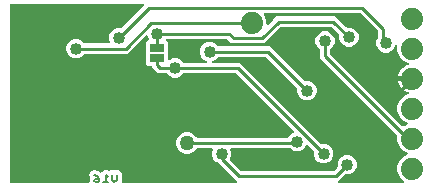
<source format=gbr>
G04 EAGLE Gerber RS-274X export*
G75*
%MOMM*%
%FSLAX34Y34*%
%LPD*%
%INBottom Copper*%
%IPPOS*%
%AMOC8*
5,1,8,0,0,1.08239X$1,22.5*%
G01*
%ADD10C,0.203200*%
%ADD11C,1.879600*%
%ADD12R,1.270000X0.635000*%
%ADD13C,1.270000*%
%ADD14C,1.016000*%
%ADD15C,0.254000*%

G36*
X132406Y4073D02*
X132406Y4073D01*
X132465Y4071D01*
X132546Y4093D01*
X132630Y4105D01*
X132683Y4128D01*
X132740Y4143D01*
X132812Y4186D01*
X132889Y4221D01*
X132934Y4259D01*
X132984Y4288D01*
X133042Y4350D01*
X133106Y4404D01*
X133139Y4453D01*
X133179Y4496D01*
X133217Y4571D01*
X133264Y4641D01*
X133281Y4697D01*
X133308Y4749D01*
X133319Y4817D01*
X133350Y4912D01*
X133352Y5012D01*
X133363Y5080D01*
X133363Y5886D01*
X133363Y7947D01*
X133363Y8548D01*
X133416Y8617D01*
X133486Y8699D01*
X133501Y8730D01*
X133522Y8758D01*
X133560Y8859D01*
X133605Y8957D01*
X133611Y8991D01*
X133623Y9024D01*
X133632Y9131D01*
X133648Y9238D01*
X133643Y9269D01*
X133647Y9307D01*
X133604Y9518D01*
X133596Y9570D01*
X133040Y11239D01*
X134546Y14251D01*
X137740Y15316D01*
X140207Y14082D01*
X140271Y14061D01*
X140330Y14031D01*
X140393Y14020D01*
X140477Y13992D01*
X140589Y13987D01*
X140661Y13975D01*
X141146Y13975D01*
X141753Y13368D01*
X141980Y13197D01*
X142002Y13188D01*
X142017Y13177D01*
X142316Y13028D01*
X142352Y13016D01*
X142385Y12997D01*
X142486Y12971D01*
X142586Y12937D01*
X142624Y12936D01*
X142660Y12926D01*
X142765Y12930D01*
X142870Y12925D01*
X142907Y12934D01*
X142945Y12935D01*
X143044Y12968D01*
X143146Y12993D01*
X143179Y13011D01*
X143215Y13023D01*
X143278Y13068D01*
X143393Y13134D01*
X143444Y13186D01*
X143488Y13218D01*
X145262Y14992D01*
X148630Y14992D01*
X148953Y14668D01*
X149000Y14633D01*
X149040Y14591D01*
X149113Y14548D01*
X149181Y14497D01*
X149235Y14477D01*
X149286Y14447D01*
X149367Y14426D01*
X149446Y14396D01*
X149505Y14391D01*
X149561Y14377D01*
X149646Y14380D01*
X149730Y14373D01*
X149787Y14384D01*
X149845Y14386D01*
X149926Y14412D01*
X150008Y14428D01*
X150060Y14455D01*
X150116Y14473D01*
X150172Y14513D01*
X150261Y14559D01*
X150333Y14628D01*
X150389Y14668D01*
X150713Y14992D01*
X158148Y14992D01*
X160529Y12611D01*
X160529Y5080D01*
X160537Y5022D01*
X160535Y4964D01*
X160557Y4882D01*
X160569Y4798D01*
X160592Y4745D01*
X160607Y4689D01*
X160650Y4616D01*
X160685Y4539D01*
X160723Y4494D01*
X160752Y4444D01*
X160814Y4386D01*
X160868Y4322D01*
X160917Y4290D01*
X160960Y4250D01*
X161035Y4211D01*
X161105Y4164D01*
X161161Y4147D01*
X161213Y4120D01*
X161281Y4109D01*
X161376Y4079D01*
X161476Y4076D01*
X161544Y4065D01*
X257377Y4065D01*
X257406Y4069D01*
X257435Y4066D01*
X257546Y4089D01*
X257658Y4105D01*
X257685Y4117D01*
X257714Y4122D01*
X257814Y4174D01*
X257918Y4221D01*
X257940Y4240D01*
X257966Y4253D01*
X258048Y4331D01*
X258135Y4404D01*
X258151Y4429D01*
X258172Y4449D01*
X258229Y4547D01*
X258292Y4641D01*
X258301Y4669D01*
X258316Y4694D01*
X258344Y4804D01*
X258378Y4912D01*
X258379Y4942D01*
X258386Y4970D01*
X258382Y5083D01*
X258385Y5196D01*
X258378Y5225D01*
X258377Y5254D01*
X258342Y5362D01*
X258313Y5471D01*
X258298Y5497D01*
X258289Y5525D01*
X258244Y5588D01*
X258168Y5716D01*
X258123Y5759D01*
X258095Y5798D01*
X243618Y20274D01*
X242472Y21421D01*
X242447Y21439D01*
X242427Y21463D01*
X242360Y21504D01*
X242245Y21592D01*
X242184Y21615D01*
X242142Y21641D01*
X240505Y22319D01*
X238219Y24605D01*
X236981Y27593D01*
X236981Y30827D01*
X237624Y32377D01*
X237652Y32489D01*
X237687Y32598D01*
X237688Y32626D01*
X237694Y32653D01*
X237691Y32767D01*
X237694Y32882D01*
X237687Y32909D01*
X237686Y32937D01*
X237651Y33046D01*
X237622Y33157D01*
X237608Y33181D01*
X237600Y33208D01*
X237536Y33303D01*
X237477Y33402D01*
X237457Y33421D01*
X237441Y33444D01*
X237354Y33518D01*
X237270Y33596D01*
X237245Y33609D01*
X237224Y33627D01*
X237119Y33673D01*
X237017Y33726D01*
X236992Y33730D01*
X236964Y33742D01*
X236700Y33779D01*
X236686Y33781D01*
X224963Y33781D01*
X224961Y33781D01*
X224959Y33781D01*
X224820Y33761D01*
X224681Y33741D01*
X224680Y33741D01*
X224678Y33741D01*
X224548Y33682D01*
X224422Y33625D01*
X224421Y33624D01*
X224419Y33624D01*
X224309Y33530D01*
X224205Y33442D01*
X224204Y33440D01*
X224203Y33439D01*
X224194Y33426D01*
X224047Y33205D01*
X224038Y33176D01*
X224025Y33155D01*
X223868Y32776D01*
X221224Y30132D01*
X217770Y28701D01*
X214030Y28701D01*
X210576Y30132D01*
X207932Y32776D01*
X206501Y36230D01*
X206501Y39970D01*
X207932Y43424D01*
X210576Y46068D01*
X214030Y47499D01*
X217770Y47499D01*
X221224Y46068D01*
X223868Y43424D01*
X224025Y43045D01*
X224025Y43044D01*
X224026Y43043D01*
X224096Y42924D01*
X224169Y42801D01*
X224170Y42800D01*
X224171Y42798D01*
X224276Y42700D01*
X224376Y42605D01*
X224377Y42605D01*
X224378Y42604D01*
X224504Y42539D01*
X224629Y42475D01*
X224630Y42475D01*
X224632Y42474D01*
X224647Y42472D01*
X224907Y42420D01*
X224938Y42423D01*
X224963Y42419D01*
X300936Y42419D01*
X300938Y42419D01*
X300939Y42419D01*
X301079Y42439D01*
X301217Y42459D01*
X301219Y42459D01*
X301220Y42459D01*
X301346Y42516D01*
X301477Y42575D01*
X301478Y42576D01*
X301480Y42577D01*
X301587Y42668D01*
X301694Y42758D01*
X301695Y42760D01*
X301696Y42761D01*
X301704Y42774D01*
X301851Y42995D01*
X301861Y43024D01*
X301874Y43045D01*
X302259Y43975D01*
X304545Y46261D01*
X305804Y46783D01*
X305878Y46826D01*
X305956Y46861D01*
X305979Y46880D01*
X306005Y46894D01*
X306025Y46913D01*
X306049Y46927D01*
X306109Y46991D01*
X306173Y47045D01*
X306189Y47069D01*
X306211Y47090D01*
X306225Y47114D01*
X306244Y47134D01*
X306285Y47212D01*
X306331Y47282D01*
X306339Y47308D01*
X306355Y47335D01*
X306362Y47362D01*
X306375Y47387D01*
X306392Y47474D01*
X306417Y47553D01*
X306418Y47580D01*
X306425Y47611D01*
X306424Y47638D01*
X306430Y47666D01*
X306422Y47755D01*
X306424Y47837D01*
X306417Y47863D01*
X306416Y47895D01*
X306408Y47921D01*
X306405Y47949D01*
X306373Y48033D01*
X306352Y48112D01*
X306338Y48135D01*
X306329Y48165D01*
X306314Y48186D01*
X306303Y48214D01*
X306249Y48286D01*
X306207Y48356D01*
X306168Y48393D01*
X306142Y48427D01*
X306134Y48439D01*
X306132Y48441D01*
X257588Y96984D01*
X257519Y97036D01*
X257455Y97096D01*
X257405Y97122D01*
X257361Y97155D01*
X257280Y97186D01*
X257202Y97226D01*
X257154Y97234D01*
X257096Y97256D01*
X256948Y97268D01*
X256871Y97281D01*
X213588Y97281D01*
X213501Y97269D01*
X213414Y97266D01*
X213361Y97249D01*
X213306Y97241D01*
X213226Y97206D01*
X213143Y97179D01*
X213104Y97151D01*
X213047Y97125D01*
X212933Y97029D01*
X212870Y96984D01*
X210595Y94709D01*
X207607Y93471D01*
X204373Y93471D01*
X201385Y94709D01*
X199110Y96984D01*
X199041Y97036D01*
X198977Y97096D01*
X198927Y97122D01*
X198883Y97155D01*
X198801Y97186D01*
X198723Y97226D01*
X198676Y97234D01*
X198617Y97256D01*
X198470Y97268D01*
X198392Y97281D01*
X191251Y97281D01*
X186181Y102351D01*
X186181Y102561D01*
X186173Y102616D01*
X186175Y102660D01*
X186174Y102662D01*
X186175Y102677D01*
X186153Y102759D01*
X186141Y102843D01*
X186118Y102896D01*
X186103Y102952D01*
X186060Y103025D01*
X186025Y103102D01*
X185987Y103147D01*
X185958Y103197D01*
X185896Y103255D01*
X185842Y103319D01*
X185793Y103351D01*
X185750Y103391D01*
X185675Y103430D01*
X185605Y103477D01*
X185549Y103494D01*
X185497Y103521D01*
X185429Y103532D01*
X185334Y103562D01*
X185234Y103565D01*
X185166Y103576D01*
X182887Y103576D01*
X181101Y105362D01*
X181101Y123238D01*
X182979Y125116D01*
X183072Y125152D01*
X183094Y125168D01*
X183120Y125180D01*
X183207Y125254D01*
X183299Y125323D01*
X183316Y125346D01*
X183337Y125363D01*
X183400Y125459D01*
X183469Y125551D01*
X183479Y125577D01*
X183494Y125600D01*
X183529Y125710D01*
X183570Y125817D01*
X183572Y125845D01*
X183580Y125871D01*
X183583Y125986D01*
X183592Y126100D01*
X183587Y126125D01*
X183587Y126155D01*
X183520Y126412D01*
X183517Y126427D01*
X182557Y128744D01*
X182499Y128843D01*
X182446Y128945D01*
X182427Y128965D01*
X182413Y128989D01*
X182329Y129068D01*
X182250Y129151D01*
X182226Y129165D01*
X182206Y129184D01*
X182104Y129237D01*
X182005Y129295D01*
X181978Y129302D01*
X181953Y129315D01*
X181840Y129337D01*
X181729Y129365D01*
X181702Y129364D01*
X181674Y129370D01*
X181560Y129360D01*
X181445Y129356D01*
X181419Y129347D01*
X181391Y129345D01*
X181284Y129304D01*
X181175Y129269D01*
X181154Y129254D01*
X181126Y129243D01*
X180914Y129083D01*
X180901Y129074D01*
X168446Y116618D01*
X165619Y113791D01*
X129518Y113791D01*
X129431Y113779D01*
X129344Y113776D01*
X129291Y113759D01*
X129236Y113751D01*
X129156Y113716D01*
X129073Y113689D01*
X129034Y113661D01*
X128977Y113635D01*
X128863Y113539D01*
X128800Y113494D01*
X126525Y111219D01*
X123537Y109981D01*
X120303Y109981D01*
X117315Y111219D01*
X115029Y113505D01*
X113791Y116493D01*
X113791Y119727D01*
X115029Y122715D01*
X117315Y125001D01*
X120303Y126239D01*
X123537Y126239D01*
X126525Y125001D01*
X128800Y122726D01*
X128869Y122674D01*
X128933Y122614D01*
X128983Y122588D01*
X129027Y122555D01*
X129109Y122524D01*
X129187Y122484D01*
X129234Y122476D01*
X129293Y122454D01*
X129440Y122442D01*
X129518Y122429D01*
X149566Y122429D01*
X149679Y122445D01*
X149794Y122455D01*
X149820Y122465D01*
X149847Y122469D01*
X149952Y122516D01*
X150059Y122557D01*
X150081Y122573D01*
X150106Y122585D01*
X150194Y122659D01*
X150286Y122728D01*
X150302Y122751D01*
X150323Y122768D01*
X150387Y122864D01*
X150456Y122956D01*
X150466Y122982D01*
X150481Y123005D01*
X150516Y123115D01*
X150556Y123222D01*
X150558Y123250D01*
X150567Y123276D01*
X150570Y123391D01*
X150579Y123505D01*
X150573Y123530D01*
X150574Y123560D01*
X150507Y123817D01*
X150504Y123833D01*
X149861Y125383D01*
X149861Y128617D01*
X151099Y131605D01*
X153385Y133891D01*
X156373Y135129D01*
X159591Y135129D01*
X159677Y135141D01*
X159765Y135144D01*
X159817Y135161D01*
X159872Y135169D01*
X159952Y135204D01*
X160035Y135231D01*
X160074Y135259D01*
X160131Y135285D01*
X160245Y135381D01*
X160308Y135426D01*
X178774Y153891D01*
X179104Y154222D01*
X179122Y154246D01*
X179145Y154265D01*
X179207Y154359D01*
X179275Y154449D01*
X179286Y154477D01*
X179302Y154501D01*
X179336Y154609D01*
X179377Y154715D01*
X179379Y154744D01*
X179388Y154772D01*
X179391Y154885D01*
X179400Y154998D01*
X179394Y155027D01*
X179395Y155056D01*
X179367Y155166D01*
X179344Y155277D01*
X179331Y155303D01*
X179323Y155331D01*
X179266Y155429D01*
X179213Y155529D01*
X179193Y155551D01*
X179178Y155576D01*
X179096Y155653D01*
X179018Y155735D01*
X178992Y155750D01*
X178971Y155770D01*
X178870Y155822D01*
X178772Y155879D01*
X178744Y155886D01*
X178718Y155900D01*
X178640Y155913D01*
X178497Y155949D01*
X178434Y155947D01*
X178387Y155955D01*
X67310Y155955D01*
X67252Y155947D01*
X67194Y155949D01*
X67112Y155927D01*
X67029Y155915D01*
X66975Y155892D01*
X66919Y155877D01*
X66846Y155834D01*
X66769Y155799D01*
X66724Y155761D01*
X66674Y155732D01*
X66616Y155670D01*
X66552Y155616D01*
X66520Y155567D01*
X66480Y155524D01*
X66441Y155449D01*
X66395Y155379D01*
X66377Y155323D01*
X66350Y155271D01*
X66339Y155203D01*
X66309Y155108D01*
X66306Y155008D01*
X66295Y154940D01*
X66295Y5080D01*
X66303Y5022D01*
X66301Y4964D01*
X66323Y4882D01*
X66335Y4798D01*
X66359Y4745D01*
X66373Y4689D01*
X66416Y4616D01*
X66451Y4539D01*
X66489Y4494D01*
X66519Y4444D01*
X66580Y4386D01*
X66635Y4322D01*
X66683Y4290D01*
X66726Y4250D01*
X66801Y4211D01*
X66871Y4164D01*
X66927Y4147D01*
X66979Y4120D01*
X67047Y4109D01*
X67142Y4079D01*
X67242Y4076D01*
X67310Y4065D01*
X132348Y4065D01*
X132406Y4073D01*
G37*
G36*
X398902Y4077D02*
X398902Y4077D01*
X398988Y4079D01*
X399042Y4097D01*
X399098Y4105D01*
X399177Y4140D01*
X399259Y4166D01*
X399306Y4198D01*
X399358Y4221D01*
X399423Y4276D01*
X399495Y4325D01*
X399531Y4368D01*
X399575Y4404D01*
X399622Y4476D01*
X399678Y4542D01*
X399701Y4594D01*
X399732Y4641D01*
X399758Y4723D01*
X399793Y4802D01*
X399801Y4858D01*
X399818Y4912D01*
X399820Y4998D01*
X399832Y5084D01*
X399824Y5140D01*
X399825Y5196D01*
X399803Y5280D01*
X399791Y5365D01*
X399768Y5417D01*
X399753Y5471D01*
X399709Y5545D01*
X399674Y5624D01*
X399637Y5667D01*
X399608Y5716D01*
X399545Y5775D01*
X399489Y5840D01*
X399448Y5866D01*
X399401Y5910D01*
X399394Y5914D01*
X395848Y9459D01*
X393953Y14034D01*
X393953Y18986D01*
X395848Y23561D01*
X399349Y27062D01*
X402271Y28272D01*
X402296Y28287D01*
X402324Y28296D01*
X402419Y28359D01*
X402516Y28417D01*
X402536Y28438D01*
X402561Y28454D01*
X402634Y28541D01*
X402711Y28623D01*
X402725Y28649D01*
X402744Y28672D01*
X402790Y28775D01*
X402841Y28876D01*
X402847Y28905D01*
X402859Y28932D01*
X402875Y29044D01*
X402896Y29155D01*
X402894Y29184D01*
X402898Y29213D01*
X402882Y29325D01*
X402872Y29438D01*
X402861Y29465D01*
X402857Y29495D01*
X402811Y29598D01*
X402770Y29703D01*
X402752Y29727D01*
X402740Y29754D01*
X402667Y29840D01*
X402598Y29930D01*
X402575Y29948D01*
X402556Y29970D01*
X402489Y30012D01*
X402371Y30100D01*
X402312Y30122D01*
X402271Y30148D01*
X399349Y31358D01*
X395848Y34859D01*
X393953Y39434D01*
X393953Y44019D01*
X393941Y44105D01*
X393938Y44193D01*
X393921Y44245D01*
X393913Y44300D01*
X393878Y44380D01*
X393851Y44463D01*
X393823Y44502D01*
X393797Y44560D01*
X393701Y44673D01*
X393656Y44736D01*
X328421Y109971D01*
X328421Y116862D01*
X328409Y116949D01*
X328406Y117036D01*
X328389Y117089D01*
X328381Y117144D01*
X328346Y117224D01*
X328319Y117307D01*
X328291Y117346D01*
X328265Y117403D01*
X328169Y117517D01*
X328124Y117580D01*
X325849Y119855D01*
X324611Y122843D01*
X324611Y126077D01*
X325849Y129065D01*
X328135Y131351D01*
X331123Y132589D01*
X334357Y132589D01*
X337345Y131351D01*
X339631Y129065D01*
X340869Y126077D01*
X340869Y122843D01*
X339631Y119855D01*
X337356Y117580D01*
X337304Y117511D01*
X337244Y117447D01*
X337218Y117397D01*
X337185Y117353D01*
X337154Y117271D01*
X337114Y117193D01*
X337106Y117146D01*
X337084Y117087D01*
X337072Y116940D01*
X337059Y116862D01*
X337059Y113969D01*
X337071Y113883D01*
X337074Y113795D01*
X337091Y113743D01*
X337099Y113688D01*
X337134Y113608D01*
X337161Y113525D01*
X337189Y113486D01*
X337215Y113429D01*
X337311Y113315D01*
X337356Y113252D01*
X398030Y52578D01*
X398077Y52543D01*
X398117Y52500D01*
X398190Y52457D01*
X398257Y52407D01*
X398312Y52386D01*
X398363Y52356D01*
X398444Y52336D01*
X398523Y52306D01*
X398581Y52301D01*
X398638Y52286D01*
X398722Y52289D01*
X398806Y52282D01*
X398863Y52294D01*
X398922Y52296D01*
X399002Y52322D01*
X399085Y52338D01*
X399137Y52365D01*
X399193Y52383D01*
X399238Y52416D01*
X402271Y53672D01*
X402296Y53687D01*
X402324Y53696D01*
X402419Y53759D01*
X402516Y53817D01*
X402536Y53838D01*
X402561Y53854D01*
X402634Y53941D01*
X402711Y54023D01*
X402725Y54049D01*
X402744Y54072D01*
X402790Y54175D01*
X402841Y54276D01*
X402847Y54305D01*
X402859Y54332D01*
X402875Y54444D01*
X402896Y54555D01*
X402894Y54584D01*
X402898Y54613D01*
X402882Y54725D01*
X402872Y54838D01*
X402861Y54865D01*
X402857Y54895D01*
X402811Y54998D01*
X402770Y55103D01*
X402752Y55127D01*
X402740Y55154D01*
X402667Y55240D01*
X402598Y55330D01*
X402575Y55348D01*
X402556Y55370D01*
X402489Y55412D01*
X402371Y55500D01*
X402312Y55522D01*
X402271Y55548D01*
X399349Y56758D01*
X395848Y60259D01*
X393953Y64834D01*
X393953Y69786D01*
X395848Y74361D01*
X399349Y77862D01*
X403011Y79379D01*
X403071Y79414D01*
X403135Y79440D01*
X403193Y79486D01*
X403256Y79523D01*
X403304Y79573D01*
X403358Y79616D01*
X403401Y79676D01*
X403451Y79730D01*
X403483Y79791D01*
X403523Y79848D01*
X403548Y79917D01*
X403582Y79983D01*
X403595Y80050D01*
X403618Y80116D01*
X403622Y80189D01*
X403637Y80262D01*
X403631Y80330D01*
X403635Y80399D01*
X403619Y80471D01*
X403612Y80545D01*
X403587Y80609D01*
X403572Y80677D01*
X403537Y80741D01*
X403510Y80810D01*
X403468Y80865D01*
X403435Y80926D01*
X403383Y80978D01*
X403339Y81037D01*
X403283Y81078D01*
X403234Y81127D01*
X403179Y81156D01*
X403111Y81207D01*
X403003Y81248D01*
X402937Y81282D01*
X401817Y81646D01*
X400143Y82499D01*
X398622Y83604D01*
X397294Y84932D01*
X396189Y86453D01*
X395336Y88127D01*
X394755Y89914D01*
X394634Y90679D01*
X405384Y90679D01*
X405442Y90687D01*
X405500Y90685D01*
X405582Y90707D01*
X405665Y90719D01*
X405719Y90743D01*
X405775Y90757D01*
X405848Y90800D01*
X405925Y90835D01*
X405969Y90873D01*
X406020Y90903D01*
X406077Y90964D01*
X406142Y91019D01*
X406174Y91067D01*
X406214Y91110D01*
X406253Y91185D01*
X406299Y91255D01*
X406317Y91311D01*
X406344Y91363D01*
X406355Y91431D01*
X406385Y91526D01*
X406388Y91626D01*
X406399Y91694D01*
X406399Y93726D01*
X406391Y93784D01*
X406392Y93842D01*
X406371Y93924D01*
X406359Y94007D01*
X406335Y94061D01*
X406321Y94117D01*
X406278Y94190D01*
X406243Y94267D01*
X406205Y94312D01*
X406175Y94362D01*
X406114Y94420D01*
X406059Y94484D01*
X406011Y94516D01*
X405968Y94556D01*
X405893Y94595D01*
X405823Y94641D01*
X405767Y94659D01*
X405715Y94686D01*
X405647Y94697D01*
X405552Y94727D01*
X405452Y94730D01*
X405384Y94741D01*
X394634Y94741D01*
X394755Y95506D01*
X395336Y97293D01*
X396189Y98967D01*
X397294Y100488D01*
X398622Y101816D01*
X400143Y102921D01*
X401817Y103774D01*
X402937Y104138D01*
X402999Y104168D01*
X403065Y104189D01*
X403126Y104230D01*
X403192Y104263D01*
X403243Y104309D01*
X403301Y104348D01*
X403348Y104404D01*
X403403Y104453D01*
X403439Y104512D01*
X403484Y104565D01*
X403514Y104632D01*
X403553Y104695D01*
X403571Y104762D01*
X403599Y104825D01*
X403609Y104898D01*
X403629Y104969D01*
X403629Y105038D01*
X403638Y105107D01*
X403628Y105179D01*
X403627Y105253D01*
X403607Y105320D01*
X403598Y105388D01*
X403567Y105455D01*
X403546Y105526D01*
X403509Y105584D01*
X403480Y105647D01*
X403433Y105703D01*
X403393Y105765D01*
X403341Y105811D01*
X403296Y105863D01*
X403243Y105896D01*
X403179Y105953D01*
X403075Y106002D01*
X403011Y106041D01*
X399349Y107558D01*
X395848Y111059D01*
X393953Y115634D01*
X393953Y120019D01*
X393941Y120105D01*
X393939Y120190D01*
X393921Y120245D01*
X393913Y120301D01*
X393878Y120379D01*
X393852Y120461D01*
X393820Y120508D01*
X393797Y120560D01*
X393742Y120626D01*
X393694Y120697D01*
X393650Y120734D01*
X393614Y120777D01*
X393542Y120825D01*
X393476Y120880D01*
X393424Y120903D01*
X393377Y120935D01*
X393295Y120961D01*
X393216Y120996D01*
X393160Y121004D01*
X393106Y121021D01*
X393020Y121023D01*
X392935Y121035D01*
X392879Y121027D01*
X392822Y121028D01*
X392739Y121006D01*
X392654Y120994D01*
X392602Y120971D01*
X392547Y120956D01*
X392473Y120912D01*
X392394Y120877D01*
X392351Y120840D01*
X392302Y120811D01*
X392243Y120748D01*
X392178Y120693D01*
X392152Y120651D01*
X392108Y120604D01*
X392042Y120474D01*
X392000Y120408D01*
X391066Y118153D01*
X388780Y115867D01*
X385792Y114629D01*
X382558Y114629D01*
X379570Y115867D01*
X377284Y118153D01*
X376046Y121141D01*
X376046Y124375D01*
X377284Y127363D01*
X377534Y127613D01*
X377586Y127682D01*
X377646Y127746D01*
X377672Y127796D01*
X377705Y127840D01*
X377736Y127922D01*
X377776Y128000D01*
X377784Y128047D01*
X377806Y128106D01*
X377818Y128253D01*
X377831Y128331D01*
X377831Y132411D01*
X377819Y132497D01*
X377816Y132585D01*
X377799Y132637D01*
X377791Y132692D01*
X377756Y132772D01*
X377729Y132855D01*
X377701Y132894D01*
X377675Y132952D01*
X377579Y133065D01*
X377534Y133128D01*
X362878Y147784D01*
X362809Y147836D01*
X362745Y147896D01*
X362695Y147922D01*
X362651Y147955D01*
X362570Y147986D01*
X362492Y148026D01*
X362444Y148034D01*
X362386Y148056D01*
X362238Y148068D01*
X362161Y148081D01*
X282030Y148081D01*
X281916Y148065D01*
X281802Y148055D01*
X281776Y148045D01*
X281749Y148041D01*
X281644Y147994D01*
X281537Y147953D01*
X281514Y147937D01*
X281489Y147925D01*
X281402Y147851D01*
X281310Y147782D01*
X281293Y147759D01*
X281272Y147742D01*
X281208Y147646D01*
X281140Y147554D01*
X281130Y147528D01*
X281115Y147505D01*
X281080Y147395D01*
X281039Y147288D01*
X281037Y147260D01*
X281029Y147234D01*
X281026Y147119D01*
X281017Y147005D01*
X281022Y146980D01*
X281021Y146950D01*
X281089Y146693D01*
X281092Y146677D01*
X282957Y142176D01*
X282957Y139115D01*
X282961Y139086D01*
X282958Y139057D01*
X282981Y138946D01*
X282997Y138834D01*
X283009Y138807D01*
X283014Y138778D01*
X283066Y138678D01*
X283113Y138574D01*
X283132Y138552D01*
X283145Y138526D01*
X283223Y138444D01*
X283296Y138357D01*
X283321Y138341D01*
X283341Y138320D01*
X283439Y138263D01*
X283533Y138200D01*
X283561Y138191D01*
X283586Y138176D01*
X283696Y138148D01*
X283804Y138114D01*
X283834Y138113D01*
X283862Y138106D01*
X283975Y138110D01*
X284088Y138107D01*
X284117Y138114D01*
X284146Y138115D01*
X284254Y138150D01*
X284363Y138179D01*
X284389Y138194D01*
X284417Y138203D01*
X284480Y138248D01*
X284608Y138324D01*
X284651Y138369D01*
X284690Y138397D01*
X288754Y142462D01*
X291581Y145289D01*
X341514Y145289D01*
X350742Y136061D01*
X350811Y136009D01*
X350875Y135949D01*
X350925Y135923D01*
X350969Y135890D01*
X351050Y135859D01*
X351128Y135819D01*
X351176Y135811D01*
X351234Y135789D01*
X351382Y135777D01*
X351459Y135764D01*
X354677Y135764D01*
X357665Y134526D01*
X359951Y132240D01*
X361189Y129252D01*
X361189Y126018D01*
X359951Y123030D01*
X357665Y120744D01*
X354677Y119506D01*
X351443Y119506D01*
X348455Y120744D01*
X346169Y123030D01*
X344931Y126018D01*
X344931Y129236D01*
X344919Y129322D01*
X344916Y129410D01*
X344899Y129462D01*
X344891Y129517D01*
X344856Y129597D01*
X344829Y129680D01*
X344801Y129719D01*
X344775Y129776D01*
X344679Y129890D01*
X344634Y129953D01*
X338233Y136354D01*
X338164Y136406D01*
X338100Y136466D01*
X338050Y136492D01*
X338006Y136525D01*
X337925Y136556D01*
X337847Y136596D01*
X337799Y136604D01*
X337741Y136626D01*
X337593Y136638D01*
X337516Y136651D01*
X295579Y136651D01*
X295493Y136639D01*
X295405Y136636D01*
X295353Y136619D01*
X295298Y136611D01*
X295218Y136576D01*
X295135Y136549D01*
X295096Y136521D01*
X295039Y136495D01*
X294925Y136399D01*
X294862Y136354D01*
X281189Y122681D01*
X253481Y122681D01*
X249968Y126194D01*
X249899Y126246D01*
X249835Y126306D01*
X249785Y126332D01*
X249741Y126365D01*
X249660Y126396D01*
X249582Y126436D01*
X249534Y126444D01*
X249476Y126466D01*
X249328Y126478D01*
X249251Y126491D01*
X199096Y126491D01*
X199067Y126487D01*
X199038Y126490D01*
X198927Y126467D01*
X198815Y126451D01*
X198788Y126439D01*
X198759Y126434D01*
X198659Y126381D01*
X198555Y126335D01*
X198533Y126316D01*
X198507Y126303D01*
X198425Y126225D01*
X198338Y126152D01*
X198322Y126127D01*
X198301Y126107D01*
X198244Y126009D01*
X198181Y125915D01*
X198172Y125887D01*
X198157Y125862D01*
X198129Y125752D01*
X198095Y125644D01*
X198094Y125614D01*
X198087Y125586D01*
X198091Y125473D01*
X198088Y125360D01*
X198095Y125331D01*
X198096Y125302D01*
X198131Y125194D01*
X198160Y125085D01*
X198175Y125059D01*
X198184Y125031D01*
X198229Y124968D01*
X198305Y124840D01*
X198350Y124797D01*
X198378Y124758D01*
X199899Y123238D01*
X199899Y109395D01*
X199915Y109281D01*
X199925Y109167D01*
X199935Y109141D01*
X199939Y109113D01*
X199986Y109008D01*
X200027Y108901D01*
X200043Y108879D01*
X200055Y108854D01*
X200129Y108766D01*
X200198Y108675D01*
X200221Y108658D01*
X200238Y108637D01*
X200334Y108573D01*
X200426Y108504D01*
X200452Y108495D01*
X200475Y108479D01*
X200585Y108445D01*
X200692Y108404D01*
X200720Y108402D01*
X200746Y108394D01*
X200861Y108391D01*
X200975Y108381D01*
X201000Y108387D01*
X201030Y108386D01*
X201287Y108453D01*
X201303Y108457D01*
X204373Y109729D01*
X207607Y109729D01*
X210595Y108491D01*
X212870Y106216D01*
X212939Y106164D01*
X213003Y106104D01*
X213053Y106078D01*
X213097Y106045D01*
X213179Y106014D01*
X213257Y105974D01*
X213304Y105966D01*
X213363Y105944D01*
X213510Y105932D01*
X213588Y105919D01*
X231905Y105919D01*
X231990Y105931D01*
X232076Y105933D01*
X232130Y105951D01*
X232186Y105959D01*
X232265Y105994D01*
X232347Y106020D01*
X232394Y106052D01*
X232446Y106075D01*
X232511Y106130D01*
X232583Y106178D01*
X232619Y106222D01*
X232663Y106258D01*
X232710Y106330D01*
X232766Y106396D01*
X232789Y106448D01*
X232820Y106495D01*
X232846Y106577D01*
X232881Y106656D01*
X232889Y106712D01*
X232906Y106766D01*
X232908Y106852D01*
X232920Y106937D01*
X232912Y106993D01*
X232913Y107050D01*
X232892Y107133D01*
X232879Y107218D01*
X232856Y107270D01*
X232842Y107325D01*
X232798Y107399D01*
X232762Y107478D01*
X232725Y107521D01*
X232696Y107570D01*
X232634Y107629D01*
X232578Y107694D01*
X232536Y107720D01*
X232489Y107764D01*
X232360Y107830D01*
X232293Y107872D01*
X230345Y108679D01*
X228059Y110965D01*
X226821Y113953D01*
X226821Y117187D01*
X228059Y120175D01*
X230345Y122461D01*
X233333Y123699D01*
X236567Y123699D01*
X239555Y122461D01*
X241830Y120186D01*
X241900Y120134D01*
X241963Y120074D01*
X242013Y120048D01*
X242057Y120015D01*
X242139Y119984D01*
X242216Y119944D01*
X242264Y119936D01*
X242323Y119914D01*
X242470Y119902D01*
X242548Y119889D01*
X286269Y119889D01*
X315182Y90976D01*
X315251Y90924D01*
X315315Y90864D01*
X315365Y90838D01*
X315409Y90805D01*
X315490Y90774D01*
X315568Y90734D01*
X315616Y90726D01*
X315674Y90704D01*
X315822Y90692D01*
X315899Y90679D01*
X319117Y90679D01*
X322105Y89441D01*
X324391Y87155D01*
X325629Y84167D01*
X325629Y80933D01*
X324391Y77945D01*
X322105Y75659D01*
X319117Y74421D01*
X315883Y74421D01*
X312895Y75659D01*
X310609Y77945D01*
X309371Y80933D01*
X309371Y84151D01*
X309359Y84237D01*
X309356Y84325D01*
X309339Y84377D01*
X309331Y84432D01*
X309296Y84512D01*
X309269Y84595D01*
X309241Y84634D01*
X309215Y84691D01*
X309119Y84805D01*
X309074Y84868D01*
X282988Y110954D01*
X282919Y111006D01*
X282855Y111066D01*
X282805Y111092D01*
X282761Y111125D01*
X282680Y111156D01*
X282602Y111196D01*
X282554Y111204D01*
X282496Y111226D01*
X282348Y111238D01*
X282271Y111251D01*
X242548Y111251D01*
X242461Y111239D01*
X242373Y111236D01*
X242321Y111219D01*
X242266Y111211D01*
X242186Y111176D01*
X242103Y111149D01*
X242064Y111121D01*
X242007Y111095D01*
X241893Y110999D01*
X241830Y110954D01*
X239555Y108679D01*
X237607Y107872D01*
X237533Y107828D01*
X237454Y107793D01*
X237411Y107756D01*
X237362Y107727D01*
X237303Y107665D01*
X237237Y107609D01*
X237206Y107562D01*
X237167Y107521D01*
X237127Y107444D01*
X237080Y107373D01*
X237062Y107319D01*
X237036Y107268D01*
X237020Y107184D01*
X236994Y107102D01*
X236992Y107045D01*
X236981Y106989D01*
X236989Y106904D01*
X236987Y106818D01*
X237001Y106763D01*
X237006Y106706D01*
X237037Y106626D01*
X237058Y106543D01*
X237087Y106494D01*
X237108Y106441D01*
X237160Y106372D01*
X237204Y106298D01*
X237245Y106259D01*
X237279Y106214D01*
X237348Y106162D01*
X237411Y106104D01*
X237462Y106078D01*
X237507Y106044D01*
X237588Y106013D01*
X237664Y105974D01*
X237713Y105966D01*
X237773Y105943D01*
X237918Y105932D01*
X237995Y105919D01*
X260869Y105919D01*
X329152Y37636D01*
X329221Y37584D01*
X329285Y37524D01*
X329335Y37498D01*
X329379Y37465D01*
X329460Y37434D01*
X329538Y37394D01*
X329586Y37386D01*
X329644Y37364D01*
X329792Y37352D01*
X329869Y37339D01*
X333087Y37339D01*
X336075Y36101D01*
X338361Y33815D01*
X339599Y30827D01*
X339599Y27593D01*
X338361Y24605D01*
X336075Y22319D01*
X333087Y21081D01*
X329853Y21081D01*
X326865Y22319D01*
X324579Y24605D01*
X323341Y27593D01*
X323341Y30811D01*
X323329Y30897D01*
X323326Y30985D01*
X323309Y31037D01*
X323301Y31092D01*
X323266Y31172D01*
X323239Y31255D01*
X323211Y31294D01*
X323185Y31351D01*
X323089Y31465D01*
X323044Y31528D01*
X318219Y36354D01*
X318127Y36423D01*
X318039Y36497D01*
X318014Y36508D01*
X317991Y36525D01*
X317884Y36566D01*
X317779Y36612D01*
X317752Y36616D01*
X317726Y36626D01*
X317611Y36635D01*
X317498Y36651D01*
X317470Y36647D01*
X317442Y36650D01*
X317330Y36627D01*
X317216Y36611D01*
X317191Y36599D01*
X317164Y36594D01*
X317062Y36541D01*
X316957Y36493D01*
X316936Y36475D01*
X316911Y36463D01*
X316828Y36384D01*
X316741Y36309D01*
X316727Y36288D01*
X316705Y36267D01*
X316571Y36037D01*
X316563Y36024D01*
X316041Y34765D01*
X313755Y32479D01*
X310767Y31241D01*
X307533Y31241D01*
X304545Y32479D01*
X303540Y33484D01*
X303470Y33536D01*
X303407Y33596D01*
X303357Y33622D01*
X303313Y33655D01*
X303231Y33686D01*
X303154Y33726D01*
X303106Y33734D01*
X303048Y33756D01*
X302900Y33768D01*
X302822Y33781D01*
X253534Y33781D01*
X253421Y33765D01*
X253306Y33755D01*
X253280Y33745D01*
X253253Y33741D01*
X253148Y33694D01*
X253041Y33653D01*
X253019Y33637D01*
X252994Y33625D01*
X252906Y33551D01*
X252814Y33482D01*
X252798Y33459D01*
X252777Y33442D01*
X252713Y33346D01*
X252644Y33254D01*
X252634Y33228D01*
X252619Y33205D01*
X252584Y33095D01*
X252544Y32988D01*
X252542Y32960D01*
X252533Y32934D01*
X252530Y32819D01*
X252521Y32705D01*
X252527Y32680D01*
X252526Y32650D01*
X252593Y32393D01*
X252596Y32377D01*
X253239Y30827D01*
X253239Y27593D01*
X252115Y24879D01*
X252114Y24878D01*
X252113Y24876D01*
X252079Y24740D01*
X252044Y24604D01*
X252044Y24602D01*
X252043Y24601D01*
X252048Y24460D01*
X252052Y24320D01*
X252052Y24318D01*
X252052Y24317D01*
X252095Y24184D01*
X252138Y24049D01*
X252139Y24048D01*
X252140Y24046D01*
X252148Y24034D01*
X252297Y23813D01*
X252320Y23793D01*
X252335Y23773D01*
X261492Y14616D01*
X261561Y14564D01*
X261625Y14504D01*
X261675Y14478D01*
X261719Y14445D01*
X261800Y14414D01*
X261878Y14374D01*
X261926Y14366D01*
X261984Y14344D01*
X262132Y14332D01*
X262209Y14319D01*
X339721Y14319D01*
X339807Y14331D01*
X339895Y14334D01*
X339947Y14351D01*
X340002Y14359D01*
X340082Y14394D01*
X340165Y14421D01*
X340204Y14449D01*
X340261Y14475D01*
X340375Y14571D01*
X340438Y14616D01*
X343174Y17352D01*
X343226Y17421D01*
X343286Y17485D01*
X343312Y17535D01*
X343345Y17579D01*
X343376Y17660D01*
X343416Y17738D01*
X343424Y17786D01*
X343446Y17844D01*
X343458Y17992D01*
X343471Y18069D01*
X343471Y21287D01*
X344709Y24275D01*
X346995Y26561D01*
X349983Y27799D01*
X353217Y27799D01*
X356205Y26561D01*
X358491Y24275D01*
X359729Y21287D01*
X359729Y18053D01*
X358491Y15065D01*
X356205Y12779D01*
X353217Y11541D01*
X349999Y11541D01*
X349913Y11529D01*
X349825Y11526D01*
X349773Y11509D01*
X349718Y11501D01*
X349638Y11466D01*
X349555Y11439D01*
X349516Y11411D01*
X349459Y11385D01*
X349345Y11289D01*
X349282Y11244D01*
X346546Y8509D01*
X346546Y8508D01*
X343835Y5798D01*
X343818Y5774D01*
X343795Y5755D01*
X343733Y5661D01*
X343665Y5571D01*
X343654Y5543D01*
X343638Y5519D01*
X343604Y5411D01*
X343563Y5305D01*
X343561Y5276D01*
X343552Y5248D01*
X343549Y5134D01*
X343540Y5022D01*
X343546Y4993D01*
X343545Y4964D01*
X343573Y4854D01*
X343596Y4743D01*
X343609Y4717D01*
X343617Y4689D01*
X343674Y4591D01*
X343727Y4491D01*
X343747Y4469D01*
X343762Y4444D01*
X343844Y4367D01*
X343922Y4285D01*
X343948Y4270D01*
X343969Y4250D01*
X344070Y4198D01*
X344168Y4141D01*
X344196Y4134D01*
X344222Y4120D01*
X344300Y4107D01*
X344443Y4071D01*
X344506Y4073D01*
X344553Y4065D01*
X398817Y4065D01*
X398902Y4077D01*
G37*
D10*
X156464Y10927D02*
X156464Y6860D01*
X154430Y4826D01*
X152397Y6860D01*
X152397Y10927D01*
X148980Y8893D02*
X146946Y10927D01*
X146946Y4826D01*
X148980Y4826D02*
X144912Y4826D01*
X139462Y9910D02*
X137428Y10927D01*
X139462Y9910D02*
X141496Y7877D01*
X141496Y5843D01*
X140479Y4826D01*
X138445Y4826D01*
X137428Y5843D01*
X137428Y6860D01*
X138445Y7877D01*
X141496Y7877D01*
D11*
X406400Y143510D03*
X406400Y118110D03*
X406400Y92710D03*
X406400Y67310D03*
X406400Y41910D03*
X406400Y16510D03*
D12*
X190500Y109800D03*
X190500Y118800D03*
D11*
X270510Y139700D03*
D13*
X215900Y38100D03*
D14*
X297970Y127160D03*
X241300Y13970D03*
X97790Y31750D03*
X266700Y25400D03*
D15*
X391160Y77470D02*
X393700Y80010D01*
X406400Y92710D01*
X393700Y80010D02*
X393700Y76200D01*
X317500Y82550D02*
X284480Y115570D01*
X234950Y115570D01*
D14*
X317500Y82550D03*
X234950Y115570D03*
X215900Y38100D03*
X309150Y39370D03*
D15*
X307880Y38100D01*
X215900Y38100D01*
D14*
X332740Y124460D03*
D15*
X332740Y111760D01*
X402590Y41910D01*
X406400Y41910D01*
X193040Y101600D02*
X190500Y104140D01*
X190500Y109800D01*
X193040Y101600D02*
X205990Y101600D01*
D14*
X205990Y101600D03*
X331470Y29210D03*
D15*
X259080Y101600D02*
X205990Y101600D01*
X259080Y101600D02*
X331470Y29210D01*
X279400Y127000D02*
X293370Y140970D01*
X279400Y127000D02*
X255270Y127000D01*
X190500Y130810D02*
X190500Y118800D01*
X190500Y130810D02*
X251460Y130810D01*
X255270Y127000D01*
D14*
X190500Y130810D03*
X353060Y127635D03*
D15*
X339725Y140970D02*
X293370Y140970D01*
X339725Y140970D02*
X353060Y127635D01*
D14*
X245110Y29210D03*
X351600Y19670D03*
D15*
X245110Y27940D02*
X245110Y29210D01*
X341930Y10000D02*
X351600Y19670D01*
X341930Y10000D02*
X260000Y10000D01*
X245110Y24890D01*
X245110Y29210D01*
X157990Y127000D02*
X183390Y152400D01*
D14*
X384175Y122758D03*
X157990Y127000D03*
D15*
X183390Y152400D02*
X364370Y152400D01*
X382150Y134620D01*
X382150Y124783D01*
X384175Y122758D01*
X270510Y139700D02*
X185420Y139700D01*
X163830Y118110D01*
X121920Y118110D01*
D14*
X121920Y118110D03*
M02*

</source>
